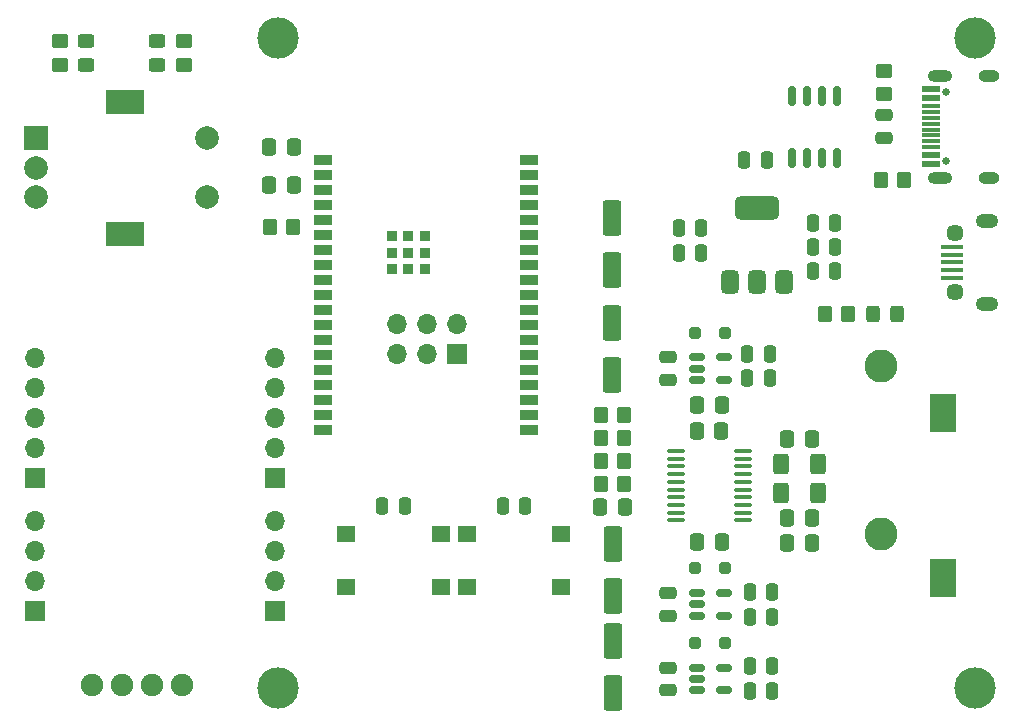
<source format=gbr>
%TF.GenerationSoftware,KiCad,Pcbnew,8.0.0*%
%TF.CreationDate,2024-07-15T16:42:44+02:00*%
%TF.ProjectId,Lucaudio_esp32_V1_revB,4c756361-7564-4696-9f5f-65737033325f,rev?*%
%TF.SameCoordinates,Original*%
%TF.FileFunction,Soldermask,Top*%
%TF.FilePolarity,Negative*%
%FSLAX46Y46*%
G04 Gerber Fmt 4.6, Leading zero omitted, Abs format (unit mm)*
G04 Created by KiCad (PCBNEW 8.0.0) date 2024-07-15 16:42:44*
%MOMM*%
%LPD*%
G01*
G04 APERTURE LIST*
G04 Aperture macros list*
%AMRoundRect*
0 Rectangle with rounded corners*
0 $1 Rounding radius*
0 $2 $3 $4 $5 $6 $7 $8 $9 X,Y pos of 4 corners*
0 Add a 4 corners polygon primitive as box body*
4,1,4,$2,$3,$4,$5,$6,$7,$8,$9,$2,$3,0*
0 Add four circle primitives for the rounded corners*
1,1,$1+$1,$2,$3*
1,1,$1+$1,$4,$5*
1,1,$1+$1,$6,$7*
1,1,$1+$1,$8,$9*
0 Add four rect primitives between the rounded corners*
20,1,$1+$1,$2,$3,$4,$5,0*
20,1,$1+$1,$4,$5,$6,$7,0*
20,1,$1+$1,$6,$7,$8,$9,0*
20,1,$1+$1,$8,$9,$2,$3,0*%
G04 Aperture macros list end*
%ADD10RoundRect,0.250000X-0.337500X-0.475000X0.337500X-0.475000X0.337500X0.475000X-0.337500X0.475000X0*%
%ADD11R,1.862500X0.400000*%
%ADD12O,1.900000X1.200000*%
%ADD13C,1.450000*%
%ADD14RoundRect,0.250000X-0.250000X-0.475000X0.250000X-0.475000X0.250000X0.475000X-0.250000X0.475000X0*%
%ADD15RoundRect,0.250000X0.337500X0.475000X-0.337500X0.475000X-0.337500X-0.475000X0.337500X-0.475000X0*%
%ADD16R,1.700000X1.700000*%
%ADD17O,1.700000X1.700000*%
%ADD18C,2.800000*%
%ADD19R,2.200000X3.200000*%
%ADD20RoundRect,0.250000X-0.475000X0.250000X-0.475000X-0.250000X0.475000X-0.250000X0.475000X0.250000X0*%
%ADD21R,1.500000X0.900000*%
%ADD22R,0.900000X0.900000*%
%ADD23RoundRect,0.250000X-0.250000X-0.250000X0.250000X-0.250000X0.250000X0.250000X-0.250000X0.250000X0*%
%ADD24RoundRect,0.250000X0.475000X-0.250000X0.475000X0.250000X-0.475000X0.250000X-0.475000X-0.250000X0*%
%ADD25RoundRect,0.150000X-0.512500X-0.150000X0.512500X-0.150000X0.512500X0.150000X-0.512500X0.150000X0*%
%ADD26RoundRect,0.250000X-0.450000X0.350000X-0.450000X-0.350000X0.450000X-0.350000X0.450000X0.350000X0*%
%ADD27RoundRect,0.375000X0.375000X-0.625000X0.375000X0.625000X-0.375000X0.625000X-0.375000X-0.625000X0*%
%ADD28RoundRect,0.500000X1.400000X-0.500000X1.400000X0.500000X-1.400000X0.500000X-1.400000X-0.500000X0*%
%ADD29RoundRect,0.250000X-0.550000X1.250000X-0.550000X-1.250000X0.550000X-1.250000X0.550000X1.250000X0*%
%ADD30C,3.500000*%
%ADD31RoundRect,0.250000X-0.350000X-0.450000X0.350000X-0.450000X0.350000X0.450000X-0.350000X0.450000X0*%
%ADD32RoundRect,0.250000X-0.400000X-0.625000X0.400000X-0.625000X0.400000X0.625000X-0.400000X0.625000X0*%
%ADD33RoundRect,0.250000X0.325000X0.450000X-0.325000X0.450000X-0.325000X-0.450000X0.325000X-0.450000X0*%
%ADD34RoundRect,0.250000X-0.450000X0.325000X-0.450000X-0.325000X0.450000X-0.325000X0.450000X0.325000X0*%
%ADD35R,2.000000X2.000000*%
%ADD36C,2.000000*%
%ADD37R,3.200000X2.000000*%
%ADD38C,0.650000*%
%ADD39R,1.495000X0.600000*%
%ADD40R,1.495000X0.300000*%
%ADD41R,1.240000X0.600000*%
%ADD42O,2.100000X1.000000*%
%ADD43O,1.800000X1.000000*%
%ADD44RoundRect,0.150000X-0.150000X0.675000X-0.150000X-0.675000X0.150000X-0.675000X0.150000X0.675000X0*%
%ADD45R,1.600000X1.400000*%
%ADD46RoundRect,0.250000X0.350000X0.450000X-0.350000X0.450000X-0.350000X-0.450000X0.350000X-0.450000X0*%
%ADD47RoundRect,0.250000X0.250000X0.475000X-0.250000X0.475000X-0.250000X-0.475000X0.250000X-0.475000X0*%
%ADD48RoundRect,0.100000X0.637500X0.100000X-0.637500X0.100000X-0.637500X-0.100000X0.637500X-0.100000X0*%
%ADD49C,1.900000*%
G04 APERTURE END LIST*
D10*
%TO.C,C29*%
X148085900Y-109169200D03*
X150160900Y-109169200D03*
%TD*%
D11*
%TO.C,J8*%
X162031250Y-88796800D03*
X162031250Y-88146800D03*
X162031250Y-87496800D03*
X162031250Y-86846800D03*
X162031250Y-86196800D03*
D12*
X164987500Y-90996800D03*
D13*
X162287500Y-89996800D03*
X162287500Y-84996800D03*
D12*
X164987500Y-83996800D03*
%TD*%
D14*
%TO.C,C15*%
X138927800Y-86715600D03*
X140827800Y-86715600D03*
%TD*%
D15*
%TO.C,C7*%
X134336700Y-108204000D03*
X132261700Y-108204000D03*
%TD*%
D16*
%TO.C,J4*%
X104750000Y-117000000D03*
D17*
X104750000Y-114460000D03*
X104750000Y-111920000D03*
X104750000Y-109380000D03*
%TD*%
D18*
%TO.C,J2*%
X156000000Y-96250000D03*
X156000000Y-110500000D03*
D19*
X161250000Y-114250000D03*
X161250000Y-100250000D03*
%TD*%
D20*
%TO.C,C10*%
X137998200Y-95530500D03*
X137998200Y-97430500D03*
%TD*%
D14*
%TO.C,C28*%
X150230800Y-88265000D03*
X152130800Y-88265000D03*
%TD*%
D16*
%TO.C,J5*%
X104750000Y-105746800D03*
D17*
X104750000Y-103206800D03*
X104750000Y-100666800D03*
X104750000Y-98126800D03*
X104750000Y-95586800D03*
%TD*%
D21*
%TO.C,U1*%
X108750400Y-78867000D03*
X108750400Y-80137000D03*
X108750400Y-81407000D03*
X108750400Y-82677000D03*
X108750400Y-83947000D03*
X108750400Y-85217000D03*
X108750400Y-86487000D03*
X108750400Y-87757000D03*
X108750400Y-89027000D03*
X108750400Y-90297000D03*
X108750400Y-91567000D03*
X108750400Y-92837000D03*
X108750400Y-94107000D03*
X108750400Y-95377000D03*
X108750400Y-96647000D03*
X108750400Y-97917000D03*
X108750400Y-99187000D03*
X108750400Y-100457000D03*
X108750400Y-101727000D03*
X126250400Y-101727000D03*
X126250400Y-100457000D03*
X126250400Y-99187000D03*
X126250400Y-97917000D03*
X126250400Y-96647000D03*
X126250400Y-95377000D03*
X126250400Y-94107000D03*
X126250400Y-92837000D03*
X126250400Y-91567000D03*
X126250400Y-90297000D03*
X126250400Y-89027000D03*
X126250400Y-87757000D03*
X126250400Y-86487000D03*
X126250400Y-85217000D03*
X126250400Y-83947000D03*
X126250400Y-82677000D03*
X126250400Y-81407000D03*
X126250400Y-80137000D03*
X126250400Y-78867000D03*
D22*
X114595400Y-85262000D03*
X114600400Y-86662000D03*
X114600400Y-88062000D03*
X116000400Y-85262000D03*
X116000400Y-86662000D03*
X116000400Y-88062000D03*
X117400400Y-85262000D03*
X117400400Y-86662000D03*
X117400400Y-88062000D03*
%TD*%
D23*
%TO.C,D1*%
X140304200Y-93432500D03*
X142804200Y-93432500D03*
%TD*%
D24*
%TO.C,C31*%
X156299200Y-76948800D03*
X156299200Y-75048800D03*
%TD*%
D25*
%TO.C,U5*%
X140416700Y-121833600D03*
X140416700Y-122783600D03*
X140416700Y-123733600D03*
X142691700Y-123733600D03*
X142691700Y-121833600D03*
%TD*%
D26*
%TO.C,R9*%
X156269500Y-71279700D03*
X156269500Y-73279700D03*
%TD*%
D15*
%TO.C,C2*%
X106295100Y-77724000D03*
X104220100Y-77724000D03*
%TD*%
D27*
%TO.C,U6*%
X143216600Y-89179800D03*
X145516600Y-89179800D03*
D28*
X145516600Y-82879800D03*
D27*
X147816600Y-89179800D03*
%TD*%
D14*
%TO.C,C23*%
X144896800Y-121700000D03*
X146796800Y-121700000D03*
%TD*%
D15*
%TO.C,C26*%
X150160900Y-102412800D03*
X148085900Y-102412800D03*
%TD*%
D29*
%TO.C,C6*%
X133273800Y-92643600D03*
X133273800Y-97043600D03*
%TD*%
D14*
%TO.C,C19*%
X144719000Y-95275400D03*
X146619000Y-95275400D03*
%TD*%
D30*
%TO.C,REF\u002A\u002A*%
X105000000Y-123500000D03*
%TD*%
D14*
%TO.C,C4*%
X124000000Y-108146800D03*
X125900000Y-108146800D03*
%TD*%
D31*
%TO.C,R12*%
X104257600Y-84480400D03*
X106257600Y-84480400D03*
%TD*%
D32*
%TO.C,R8*%
X147573400Y-104597200D03*
X150673400Y-104597200D03*
%TD*%
D15*
%TO.C,C17*%
X142515500Y-101777800D03*
X140440500Y-101777800D03*
%TD*%
%TO.C,C25*%
X150160900Y-111226600D03*
X148085900Y-111226600D03*
%TD*%
D33*
%TO.C,D4*%
X157375000Y-91846800D03*
X155325000Y-91846800D03*
%TD*%
D29*
%TO.C,C9*%
X133248400Y-83728200D03*
X133248400Y-88128200D03*
%TD*%
D34*
%TO.C,LED2*%
X94750000Y-68725000D03*
X94750000Y-70775000D03*
%TD*%
D14*
%TO.C,C3*%
X113800000Y-108146800D03*
X115700000Y-108146800D03*
%TD*%
%TO.C,C24*%
X144896800Y-123800000D03*
X146796800Y-123800000D03*
%TD*%
D30*
%TO.C,REF\u002A\u002A*%
X164000000Y-123500000D03*
%TD*%
D14*
%TO.C,C27*%
X150230800Y-84175600D03*
X152130800Y-84175600D03*
%TD*%
D35*
%TO.C,SW3*%
X84500000Y-77000000D03*
D36*
X84500000Y-82000000D03*
X84500000Y-79500000D03*
D37*
X92000000Y-73900000D03*
X92000000Y-85100000D03*
D36*
X99000000Y-82000000D03*
X99000000Y-77000000D03*
%TD*%
D38*
%TO.C,J3*%
X161509200Y-78886800D03*
X161509200Y-73106800D03*
D39*
X160261700Y-79196800D03*
X160261700Y-78396800D03*
D40*
X160261700Y-77246800D03*
X160261700Y-76246800D03*
X160261700Y-75746800D03*
X160261700Y-74746800D03*
D39*
X160261700Y-73596800D03*
X160261700Y-72796800D03*
D41*
X160389200Y-72796800D03*
X160389200Y-73596800D03*
D40*
X160261700Y-74246800D03*
X160261700Y-75246800D03*
X160261700Y-76746800D03*
X160261700Y-77746800D03*
D41*
X160389200Y-78396800D03*
X160389200Y-79196800D03*
D42*
X160989200Y-80316800D03*
D43*
X165189200Y-80316800D03*
D42*
X160989200Y-71676800D03*
D43*
X165189200Y-71676800D03*
%TD*%
D16*
%TO.C,J7*%
X84375000Y-105750000D03*
D17*
X84375000Y-103210000D03*
X84375000Y-100670000D03*
X84375000Y-98130000D03*
X84375000Y-95590000D03*
%TD*%
D26*
%TO.C,R5*%
X86500000Y-68750000D03*
X86500000Y-70750000D03*
%TD*%
D31*
%TO.C,R2*%
X132299200Y-106222800D03*
X134299200Y-106222800D03*
%TD*%
D23*
%TO.C,D3*%
X140304200Y-119735600D03*
X142804200Y-119735600D03*
%TD*%
D44*
%TO.C,U8*%
X152273000Y-73371800D03*
X151003000Y-73371800D03*
X149733000Y-73371800D03*
X148463000Y-73371800D03*
X148463000Y-78621800D03*
X149733000Y-78621800D03*
X151003000Y-78621800D03*
X152273000Y-78621800D03*
%TD*%
D45*
%TO.C,SW1*%
X118750000Y-114996800D03*
X110750000Y-114996800D03*
X118750000Y-110496800D03*
X110750000Y-110496800D03*
%TD*%
D34*
%TO.C,LED1*%
X88750000Y-68725000D03*
X88750000Y-70775000D03*
%TD*%
D20*
%TO.C,C11*%
X138023600Y-115509000D03*
X138023600Y-117409000D03*
%TD*%
D30*
%TO.C,REF\u002A\u002A*%
X105000000Y-68500000D03*
%TD*%
D26*
%TO.C,R6*%
X97000000Y-68750000D03*
X97000000Y-70750000D03*
%TD*%
D29*
%TO.C,C5*%
X133299200Y-119550000D03*
X133299200Y-123950000D03*
%TD*%
D15*
%TO.C,C18*%
X142540900Y-111150400D03*
X140465900Y-111150400D03*
%TD*%
D14*
%TO.C,C21*%
X144896800Y-115392200D03*
X146796800Y-115392200D03*
%TD*%
D31*
%TO.C,R1*%
X132299200Y-102362000D03*
X134299200Y-102362000D03*
%TD*%
D29*
%TO.C,C8*%
X133299200Y-111363400D03*
X133299200Y-115763400D03*
%TD*%
D32*
%TO.C,R7*%
X147573400Y-106984800D03*
X150673400Y-106984800D03*
%TD*%
D31*
%TO.C,R4*%
X132299200Y-104292400D03*
X134299200Y-104292400D03*
%TD*%
D14*
%TO.C,C14*%
X138927800Y-84607400D03*
X140827800Y-84607400D03*
%TD*%
D25*
%TO.C,U3*%
X140416700Y-95530500D03*
X140416700Y-96480500D03*
X140416700Y-97430500D03*
X142691700Y-97430500D03*
X142691700Y-95530500D03*
%TD*%
D16*
%TO.C,J6*%
X84375000Y-117000000D03*
D17*
X84375000Y-114460000D03*
X84375000Y-111920000D03*
X84375000Y-109380000D03*
%TD*%
D14*
%TO.C,C30*%
X150230800Y-86207600D03*
X152130800Y-86207600D03*
%TD*%
D15*
%TO.C,C1*%
X106295100Y-80975200D03*
X104220100Y-80975200D03*
%TD*%
D46*
%TO.C,R11*%
X158000000Y-80500000D03*
X156000000Y-80500000D03*
%TD*%
D45*
%TO.C,SW2*%
X128950000Y-114996800D03*
X120950000Y-114996800D03*
X128950000Y-110496800D03*
X120950000Y-110496800D03*
%TD*%
D20*
%TO.C,C12*%
X138023600Y-121833600D03*
X138023600Y-123733600D03*
%TD*%
D31*
%TO.C,R3*%
X132299200Y-100406200D03*
X134299200Y-100406200D03*
%TD*%
D15*
%TO.C,C16*%
X142540900Y-99593400D03*
X140465900Y-99593400D03*
%TD*%
D14*
%TO.C,C20*%
X144719000Y-97300000D03*
X146619000Y-97300000D03*
%TD*%
%TO.C,C22*%
X144896800Y-117500400D03*
X146796800Y-117500400D03*
%TD*%
D47*
%TO.C,C13*%
X146365000Y-78816200D03*
X144465000Y-78816200D03*
%TD*%
D23*
%TO.C,D2*%
X140304200Y-113411000D03*
X142804200Y-113411000D03*
%TD*%
D48*
%TO.C,U4*%
X144381600Y-109325600D03*
X144381600Y-108675600D03*
X144381600Y-108025600D03*
X144381600Y-107375600D03*
X144381600Y-106725600D03*
X144381600Y-106075600D03*
X144381600Y-105425600D03*
X144381600Y-104775600D03*
X144381600Y-104125600D03*
X144381600Y-103475600D03*
X138656600Y-103475600D03*
X138656600Y-104125600D03*
X138656600Y-104775600D03*
X138656600Y-105425600D03*
X138656600Y-106075600D03*
X138656600Y-106725600D03*
X138656600Y-107375600D03*
X138656600Y-108025600D03*
X138656600Y-108675600D03*
X138656600Y-109325600D03*
%TD*%
D46*
%TO.C,R15*%
X153250000Y-91846800D03*
X151250000Y-91846800D03*
%TD*%
D30*
%TO.C,REF\u002A\u002A*%
X164000000Y-68500000D03*
%TD*%
D49*
%TO.C,OLED1*%
X96810000Y-123250000D03*
X94270000Y-123250000D03*
X91730000Y-123250000D03*
X89190000Y-123250000D03*
%TD*%
D25*
%TO.C,U2*%
X140416700Y-115509000D03*
X140416700Y-116459000D03*
X140416700Y-117409000D03*
X142691700Y-117409000D03*
X142691700Y-115509000D03*
%TD*%
D16*
%TO.C,J1*%
X120142000Y-95250000D03*
D17*
X120142000Y-92710000D03*
X117602000Y-95250000D03*
X117602000Y-92710000D03*
X115062000Y-95250000D03*
X115062000Y-92710000D03*
%TD*%
M02*

</source>
